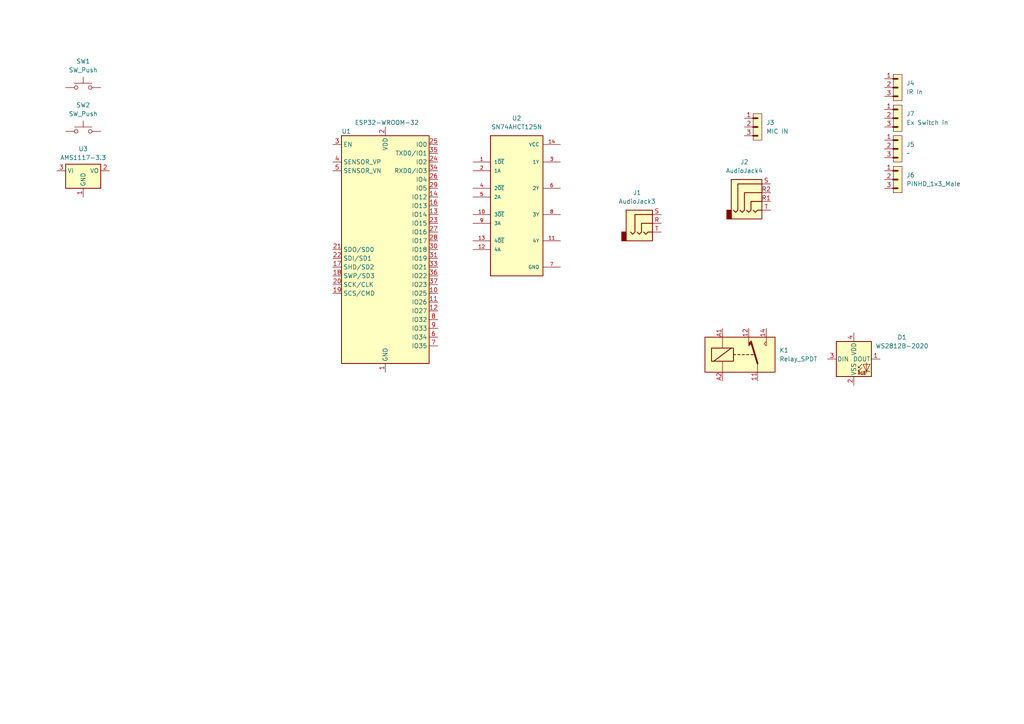
<source format=kicad_sch>
(kicad_sch (version 20231120) (generator "eeschema") (generator_version "8.0")
  (paper "A4")
  (title_block (title "SHA-WLED Controller") (date "2024-08-12") (rev "0.00") (company "SAI AUTOMATIONS") (comment 1 "Sai Automations Smart Led Controller"))
  (lib_symbols
    (symbol "Connector_Audio:AudioJack3"
      (property "Reference" "J" (at 0 8.89 0))
      (property "Value" "AudioJack3" (at 0 6.35 0))
      (symbol "AudioJack3_0_1"
        (rectangle (start -5.08 -5.08) (end -6.35 -2.54) (stroke (width 0.254)) (fill (type outline)))
        (polyline (pts (xy 0 -2.54) (xy 0.635 -3.175) (xy 1.27 -2.54) (xy 2.54 -2.54)) (stroke (width 0.254)))
        (polyline (pts (xy -1.905 -2.54) (xy -1.27 -3.175) (xy -0.635 -2.54) (xy -0.635 0) (xy 2.54 0)) (stroke (width 0.254)))
        (polyline (pts (xy 2.54 2.54) (xy -2.54 2.54) (xy -2.54 -2.54) (xy -3.175 -3.175) (xy -3.81 -2.54)) (stroke (width 0.254)))
        (rectangle (start 2.54 3.81) (end -5.08 -5.08) (stroke (width 0.254)) (fill (type background)))
      )
      (symbol "AudioJack3_1_1"
        (pin passive line (at 5.08 0 180) (length 2.54) (name "~") (number "R"))
        (pin passive line (at 5.08 2.54 180) (length 2.54) (name "~") (number "S"))
        (pin passive line (at 5.08 -2.54 180) (length 2.54) (name "~") (number "T"))
      )
    )
    (symbol "Connector_Audio:AudioJack4"
      (property "Reference" "J" (at 0 8.89 0))
      (property "Value" "AudioJack4" (at 0 6.35 0))
      (symbol "AudioJack4_0_1"
        (rectangle (start -6.35 -5.08) (end -7.62 -7.62) (stroke (width 0.254)) (fill (type outline)))
        (polyline (pts (xy 0 -5.08) (xy 0.635 -5.715) (xy 1.27 -5.08) (xy 2.54 -5.08)) (stroke (width 0.254)))
        (polyline (pts (xy -5.715 -5.08) (xy -5.08 -5.715) (xy -4.445 -5.08) (xy -4.445 2.54) (xy 2.54 2.54)) (stroke (width 0.254)))
        (polyline (pts (xy -1.905 -5.08) (xy -1.27 -5.715) (xy -0.635 -5.08) (xy -0.635 -2.54) (xy 2.54 -2.54)) (stroke (width 0.254)))
        (polyline (pts (xy 2.54 0) (xy -2.54 0) (xy -2.54 -5.08) (xy -3.175 -5.715) (xy -3.81 -5.08)) (stroke (width 0.254)))
        (rectangle (start 2.54 3.81) (end -6.35 -7.62) (stroke (width 0.254)) (fill (type background)))
      )
      (symbol "AudioJack4_1_1"
        (pin passive line (at 5.08 -2.54 180) (length 2.54) (name "~") (number "R1"))
        (pin passive line (at 5.08 0 180) (length 2.54) (name "~") (number "R2"))
        (pin passive line (at 5.08 2.54 180) (length 2.54) (name "~") (number "S"))
        (pin passive line (at 5.08 -5.08 180) (length 2.54) (name "~") (number "T"))
      )
    )
    (symbol "LED:WS2812B-2020" (pin_names (offset 0.254))
      (property "Reference" "D" (at 5.08 5.715 0))
      (property "Value" "WS2812B-2020" (at 1.27 -5.715 0))
      (symbol "WS2812B-2020_0_0"
        (text "RGB" (at 2.286 -4.191 0) (effects (font (size 0.762 0.762))))
      )
      (symbol "WS2812B-2020_0_1"
        (polyline (pts (xy 1.27 -3.556) (xy 1.778 -3.556)))
        (polyline (pts (xy 1.27 -2.54) (xy 1.778 -2.54)))
        (polyline (pts (xy 4.699 -3.556) (xy 2.667 -3.556)))
        (polyline (pts (xy 2.286 -2.54) (xy 1.27 -3.556) (xy 1.27 -3.048)))
        (polyline (pts (xy 2.286 -1.524) (xy 1.27 -2.54) (xy 1.27 -2.032)))
        (polyline (pts (xy 3.683 -1.016) (xy 3.683 -3.556) (xy 3.683 -4.064)))
        (polyline (pts (xy 4.699 -1.524) (xy 2.667 -1.524) (xy 3.683 -3.556) (xy 4.699 -1.524)))
        (rectangle (start 5.08 5.08) (end -5.08 -5.08) (stroke (width 0.254)) (fill (type background)))
      )
      (symbol "WS2812B-2020_1_1"
        (pin output line (at 7.62 0 180) (length 2.54) (name "DOUT") (number "1"))
        (pin power_in line (at 0 -7.62 90) (length 2.54) (name "VSS") (number "2"))
        (pin input line (at -7.62 0 0) (length 2.54) (name "DIN") (number "3"))
        (pin power_in line (at 0 7.62 270) (length 2.54) (name "VDD") (number "4"))
      )
    )
    (symbol "PCM_SL_Pin_Headers:PINHD_1x3_Male"
      (property "Reference" "J" (at 0 7.62 0))
      (property "Value" "PINHD_1x3_Male" (at 0 5.08 0))
      (symbol "PINHD_1x3_Male_0_1"
        (rectangle (start -1.27 3.81) (end 1.27 -3.81) (fill (type background)))
        (polyline (pts (xy -1.27 -2.54) (xy 0 -2.54)) (stroke (width 0.3)))
        (polyline (pts (xy -1.27 -2.54) (xy 0 -2.54)) (stroke (width 0.5)))
        (polyline (pts (xy -1.27 0) (xy 0 0)) (stroke (width 0.3)))
        (polyline (pts (xy -1.27 0) (xy 0 0)) (stroke (width 0.5)))
        (polyline (pts (xy -1.27 2.54) (xy 0 2.54)) (stroke (width 0.3)))
        (polyline (pts (xy -1.27 2.54) (xy 0 2.54)) (stroke (width 0.5)))
      )
      (symbol "PINHD_1x3_Male_1_1"
        (pin passive line (at -3.81 2.54 0) (length 2.54) (name "") (number "1"))
        (pin passive line (at -3.81 0 0) (length 2.54) (name "") (number "2"))
        (pin passive line (at -3.81 -2.54 0) (length 2.54) (name "") (number "3"))
      )
    )
    (symbol "RF_Module:ESP32-WROOM-32"
      (property "Reference" "U" (at -12.7 34.29 0))
      (property "Value" "ESP32-WROOM-32" (at 1.27 34.29 0))
      (symbol "ESP32-WROOM-32_0_1"
        (rectangle (start -12.7 33.02) (end 12.7 -33.02) (stroke (width 0.254)) (fill (type background)))
      )
      (symbol "ESP32-WROOM-32_1_1"
        (pin power_in line (at 0 -35.56 90) (length 2.54) (name "GND") (number "1"))
        (pin bidirectional line (at 15.24 -12.7 180) (length 2.54) (name "IO25") (number "10"))
        (pin bidirectional line (at 15.24 -15.24 180) (length 2.54) (name "IO26") (number "11"))
        (pin bidirectional line (at 15.24 -17.78 180) (length 2.54) (name "IO27") (number "12"))
        (pin bidirectional line (at 15.24 10.16 180) (length 2.54) (name "IO14") (number "13"))
        (pin bidirectional line (at 15.24 15.24 180) (length 2.54) (name "IO12") (number "14"))
        (pin passive line (at 0 -35.56 90) (length 2.54) hide (name "GND") (number "15"))
        (pin bidirectional line (at 15.24 12.7 180) (length 2.54) (name "IO13") (number "16"))
        (pin bidirectional line (at -15.24 -5.08 0) (length 2.54) (name "SHD/SD2") (number "17"))
        (pin bidirectional line (at -15.24 -7.62 0) (length 2.54) (name "SWP/SD3") (number "18"))
        (pin bidirectional line (at -15.24 -12.7 0) (length 2.54) (name "SCS/CMD") (number "19"))
        (pin power_in line (at 0 35.56 270) (length 2.54) (name "VDD") (number "2"))
        (pin bidirectional line (at -15.24 -10.16 0) (length 2.54) (name "SCK/CLK") (number "20"))
        (pin bidirectional line (at -15.24 0 0) (length 2.54) (name "SDO/SD0") (number "21"))
        (pin bidirectional line (at -15.24 -2.54 0) (length 2.54) (name "SDI/SD1") (number "22"))
        (pin bidirectional line (at 15.24 7.62 180) (length 2.54) (name "IO15") (number "23"))
        (pin bidirectional line (at 15.24 25.4 180) (length 2.54) (name "IO2") (number "24"))
        (pin bidirectional line (at 15.24 30.48 180) (length 2.54) (name "IO0") (number "25"))
        (pin bidirectional line (at 15.24 20.32 180) (length 2.54) (name "IO4") (number "26"))
        (pin bidirectional line (at 15.24 5.08 180) (length 2.54) (name "IO16") (number "27"))
        (pin bidirectional line (at 15.24 2.54 180) (length 2.54) (name "IO17") (number "28"))
        (pin bidirectional line (at 15.24 17.78 180) (length 2.54) (name "IO5") (number "29"))
        (pin input line (at -15.24 30.48 0) (length 2.54) (name "EN") (number "3"))
        (pin bidirectional line (at 15.24 0 180) (length 2.54) (name "IO18") (number "30"))
        (pin bidirectional line (at 15.24 -2.54 180) (length 2.54) (name "IO19") (number "31"))
        (pin no_connect line (at -12.7 -27.94 0) (length 2.54) hide (name "NC") (number "32"))
        (pin bidirectional line (at 15.24 -5.08 180) (length 2.54) (name "IO21") (number "33"))
        (pin bidirectional line (at 15.24 22.86 180) (length 2.54) (name "RXD0/IO3") (number "34"))
        (pin bidirectional line (at 15.24 27.94 180) (length 2.54) (name "TXD0/IO1") (number "35"))
        (pin bidirectional line (at 15.24 -7.62 180) (length 2.54) (name "IO22") (number "36"))
        (pin bidirectional line (at 15.24 -10.16 180) (length 2.54) (name "IO23") (number "37"))
        (pin passive line (at 0 -35.56 90) (length 2.54) hide (name "GND") (number "38"))
        (pin passive line (at 0 -35.56 90) (length 2.54) hide (name "GND") (number "39"))
        (pin input line (at -15.24 25.4 0) (length 2.54) (name "SENSOR_VP") (number "4"))
        (pin input line (at -15.24 22.86 0) (length 2.54) (name "SENSOR_VN") (number "5"))
        (pin input line (at 15.24 -25.4 180) (length 2.54) (name "IO34") (number "6"))
        (pin input line (at 15.24 -27.94 180) (length 2.54) (name "IO35") (number "7"))
        (pin bidirectional line (at 15.24 -20.32 180) (length 2.54) (name "IO32") (number "8"))
        (pin bidirectional line (at 15.24 -22.86 180) (length 2.54) (name "IO33") (number "9"))
      )
    )
    (symbol "Regulator_Linear:AMS1117-3.3"
      (property "Reference" "U" (at -3.81 3.175 0))
      (property "Value" "AMS1117-3.3" (at 0 3.175 0))
      (symbol "AMS1117-3.3_0_1"
        (rectangle (start -5.08 -5.08) (end 5.08 1.905) (stroke (width 0.254)) (fill (type background)))
      )
      (symbol "AMS1117-3.3_1_1"
        (pin power_in line (at 0 -7.62 90) (length 2.54) (name "GND") (number "1"))
        (pin power_out line (at 7.62 0 180) (length 2.54) (name "VO") (number "2"))
        (pin power_in line (at -7.62 0 0) (length 2.54) (name "VI") (number "3"))
      )
    )
    (symbol "Relay:Relay_SPDT"
      (property "Reference" "K" (at 11.43 3.81 0))
      (property "Value" "Relay_SPDT" (at 11.43 1.27 0))
      (symbol "Relay_SPDT_0_0"
        (polyline (pts (xy 7.62 5.08) (xy 7.62 2.54) (xy 6.985 3.175) (xy 7.62 3.81)))
      )
      (symbol "Relay_SPDT_0_1"
        (rectangle (start -10.16 5.08) (end 10.16 -5.08) (stroke (width 0.254)) (fill (type background)))
        (rectangle (start -8.255 1.905) (end -1.905 -1.905) (stroke (width 0.254)))
        (polyline (pts (xy -7.62 -1.905) (xy -2.54 1.905)) (stroke (width 0.254)))
        (polyline (pts (xy -5.08 -5.08) (xy -5.08 -1.905)))
        (polyline (pts (xy -5.08 5.08) (xy -5.08 1.905)))
        (polyline (pts (xy -1.905 0) (xy -1.27 0)) (stroke (width 0.254)))
        (polyline (pts (xy -0.635 0) (xy 0 0)) (stroke (width 0.254)))
        (polyline (pts (xy 0.635 0) (xy 1.27 0)) (stroke (width 0.254)))
        (polyline (pts (xy 1.905 0) (xy 2.54 0)) (stroke (width 0.254)))
        (polyline (pts (xy 3.175 0) (xy 3.81 0)) (stroke (width 0.254)))
        (polyline (pts (xy 5.08 -2.54) (xy 3.175 3.81)) (stroke (width 0.508)))
        (polyline (pts (xy 5.08 -2.54) (xy 5.08 -5.08)))
        (polyline (pts (xy 2.54 5.08) (xy 2.54 2.54) (xy 3.175 3.175) (xy 2.54 3.81)) (fill (type outline)))
      )
      (symbol "Relay_SPDT_1_1"
        (pin passive line (at 5.08 -7.62 90) (length 2.54) (name "~") (number "11"))
        (pin passive line (at 2.54 7.62 270) (length 2.54) (name "~") (number "12"))
        (pin passive line (at 7.62 7.62 270) (length 2.54) (name "~") (number "14"))
        (pin passive line (at -5.08 7.62 270) (length 2.54) (name "~") (number "A1"))
        (pin passive line (at -5.08 -7.62 90) (length 2.54) (name "~") (number "A2"))
      )
    )
    (symbol "SN74AHCT125N:SN74AHCT125N" (pin_names (offset 1.016))
      (property "Reference" "U" (at -7.62 21.082 0))
      (property "Value" "SN74AHCT125N" (at -7.62 -22.86 0))
      (symbol "SN74AHCT125N_0_0"
        (rectangle (start -7.62 -20.32) (end 7.62 20.32) (stroke (width 0.254)) (fill (type background)))
        (pin input line (at -12.7 12.7 0) (length 5.08) (name "1~{OE}") (number "1"))
        (pin input line (at -12.7 -2.54 0) (length 5.08) (name "3~{OE}") (number "10"))
        (pin output line (at 12.7 -10.16 180) (length 5.08) (name "4Y") (number "11"))
        (pin input line (at -12.7 -12.7 0) (length 5.08) (name "4A") (number "12"))
        (pin input line (at -12.7 -10.16 0) (length 5.08) (name "4~{OE}") (number "13"))
        (pin power_in line (at 12.7 17.78 180) (length 5.08) (name "VCC") (number "14"))
        (pin input line (at -12.7 10.16 0) (length 5.08) (name "1A") (number "2"))
        (pin output line (at 12.7 12.7 180) (length 5.08) (name "1Y") (number "3"))
        (pin input line (at -12.7 5.08 0) (length 5.08) (name "2~{OE}") (number "4"))
        (pin input line (at -12.7 2.54 0) (length 5.08) (name "2A") (number "5"))
        (pin output line (at 12.7 5.08 180) (length 5.08) (name "2Y") (number "6"))
        (pin power_in line (at 12.7 -17.78 180) (length 5.08) (name "GND") (number "7"))
        (pin output line (at 12.7 -2.54 180) (length 5.08) (name "3Y") (number "8"))
        (pin input line (at -12.7 -5.08 0) (length 5.08) (name "3A") (number "9"))
      )
    )
    (symbol "Switch:SW_Push" (pin_numbers hide) (pin_names (offset 1.016) hide)
      (property "Reference" "SW" (at 1.27 2.54 0))
      (property "Value" "SW_Push" (at 0 -1.524 0))
      (symbol "SW_Push_0_1"
        (circle (center -2.032 0) (radius 0.508))
        (polyline (pts (xy 0 1.27) (xy 0 3.048)))
        (polyline (pts (xy 2.54 1.27) (xy -2.54 1.27)))
        (circle (center 2.032 0) (radius 0.508))
        (pin passive line (at -5.08 0 0) (length 2.54) (name "1") (number "1"))
        (pin passive line (at 5.08 0 180) (length 2.54) (name "2") (number "2"))
      )
    )
  )
  (symbol (lib_id "LED:WS2812B-2020") (at 247.65 104.14 0) (unit 1)
    (property "Reference" "D1" (at 261.62 97.8214 0))
    (property "Value" "WS2812B-2020" (at 261.62 100.3614 0))
    (property "Footprint" "LED_SMD:LED_WS2812B-2020_PLCC4_2.0x2.0mm" (effects (hide yes)))
    (property "Datasheet" "https://cdn-shop.adafruit.com/product-files/4684/4684_WS2812B-2020_V1.3_EN.pdf" (effects (hide yes)))
    (property "Description" "RGB LED with integrated controller, 2.0 x 2.0 mm, 12 mA" (effects (hide yes)))
  )
  (symbol (lib_id "PCM_SL_Pin_Headers:PINHD_1x3_Male") (at 219.71 36.83 0) (unit 1)
    (property "Reference" "J3" (at 222.25 35.5599 0) (effects (justify left)))
    (property "Value" "MIC IN" (at 222.25 38.0999 0) (effects (justify left)))
    (property "Footprint" "Connector_PinHeader_2.54mm:PinHeader_1x03_P2.54mm_Vertical" (effects (hide yes)))
    (property "Description" "Pin Header male with pin space 2.54mm. Pin Count -3" (effects (hide yes)))
  )
  (symbol (lib_id "PCM_SL_Pin_Headers:PINHD_1x3_Male") (at 260.35 34.29 0) (unit 1)
    (property "Reference" "J7" (at 262.89 33.0199 0) (effects (justify left)))
    (property "Value" "Ex Switch in" (at 262.89 35.5599 0) (effects (justify left)))
    (property "Footprint" "Connector_PinHeader_2.54mm:PinHeader_1x03_P2.54mm_Vertical" (effects (hide yes)))
    (property "Description" "Pin Header male with pin space 2.54mm. Pin Count -3" (effects (hide yes)))
  )
  (symbol (lib_id "SN74AHCT125N:SN74AHCT125N") (at 149.86 59.69 0) (unit 1)
    (property "Reference" "U2" (at 149.86 34.29 0))
    (property "Value" "SN74AHCT125N" (at 149.86 36.83 0))
    (property "Footprint" "Level Shifters:SN74AHCT125N" (effects (hide yes)))
    (property "PARTREV" "Q" (effects (hide yes)))
    (property "STANDARD" "Manufacturer Recommendations" (effects (hide yes)))
    (property "MAXIMUM_PACKAGE_HEIGHT" "5.08mm" (effects (hide yes)))
    (property "MANUFACTURER" "Texas Instruments" (effects (hide yes)))
  )
  (symbol (lib_id "Connector_Audio:AudioJack4") (at 218.44 55.88 0) (unit 1)
    (property "Reference" "J2" (at 215.9 46.99 0))
    (property "Value" "AudioJack4" (at 215.9 49.53 0))
    (property "Footprint" "Connector_Audio:Jack_3.5mm_PJ320D_Horizontal" (effects (hide yes)))
    (property "Datasheet" "https://sharvielectronics.com/wp-content/uploads/2021/07/Audio-Jack-3.5mm-TRRS-SMD.pdf" (effects (hide yes)))
    (property "Description" "Audio Jack, 4 Poles (TRRS)" (effects (hide yes)))
  )
  (symbol (lib_id "Switch:SW_Push") (at 24.13 25.4 0) (unit 1)
    (property "Reference" "SW1" (at 24.13 17.78 0))
    (property "Value" "SW_Push" (at 24.13 20.32 0))
    (property "Description" "Push button switch, generic, two pins" (effects (hide yes)))
  )
  (symbol (lib_id "RF_Module:ESP32-WROOM-32") (at 111.76 72.39 0) (unit 1)
    (property "Reference" "U1" (at 99.06 38.1 0) (effects (justify left)))
    (property "Value" "ESP32-WROOM-32" (at 102.87 35.56 0) (effects (justify left)))
    (property "Footprint" "RF_Module:ESP32-WROOM-32" (effects (hide yes)))
    (property "Datasheet" "https://www.espressif.com/sites/default/files/documentation/esp32-wroom-32_datasheet_en.pdf" (effects (hide yes)))
    (property "Description" "RF Module, ESP32-D0WDQ6 SoC, Wi-Fi 802.11b/g/n, Bluetooth, BLE, 32-bit, 2.7-3.6V, onboard antenna, SMD" (effects (hide yes)))
    (property "Design Guide" "file:///C:/Users/ARUN/Desktop/COMPS/ESP32-WROOM-32E_V1.2_Reference%20Design/01_Schematic/SCH_ESP32-WROOM-32E_V1.2_20191224.pdf" (effects (hide yes)))
  )
  (symbol (lib_id "PCM_SL_Pin_Headers:PINHD_1x3_Male") (at 260.35 25.4 0) (unit 1)
    (property "Reference" "J4" (at 262.89 24.1299 0) (effects (justify left)))
    (property "Value" "IR In" (at 262.89 26.6699 0) (effects (justify left)))
    (property "Footprint" "Connector_PinHeader_2.54mm:PinHeader_1x03_P2.54mm_Vertical" (effects (hide yes)))
    (property "Description" "Pin Header male with pin space 2.54mm. Pin Count -3" (effects (hide yes)))
  )
  (symbol (lib_id "PCM_SL_Pin_Headers:PINHD_1x3_Male") (at 260.35 52.07 0) (unit 1)
    (property "Reference" "J6" (at 262.89 50.7999 0) (effects (justify left)))
    (property "Value" "PINHD_1x3_Male" (at 262.89 53.3399 0) (effects (justify left)))
    (property "Footprint" "Connector_PinHeader_2.54mm:PinHeader_1x03_P2.54mm_Vertical" (effects (hide yes)))
    (property "Description" "Pin Header male with pin space 2.54mm. Pin Count -3" (effects (hide yes)))
  )
  (symbol (lib_id "Relay:Relay_SPDT") (at 214.63 102.87 0) (unit 1)
    (property "Reference" "K1" (at 226.06 101.5999 0) (effects (justify left)))
    (property "Value" "Relay_SPDT" (at 226.06 104.1399 0) (effects (justify left)))
    (property "Description" "Relay SPDT, monostable, EN50005" (effects (hide yes)))
  )
  (symbol (lib_id "PCM_SL_Pin_Headers:PINHD_1x3_Male") (at 260.35 43.18 0) (unit 1)
    (property "Reference" "J5" (at 262.89 41.9099 0) (effects (justify left)))
    (property "Value" "~" (at 262.89 44.4499 0) (effects (justify left)))
    (property "Footprint" "Connector_PinHeader_2.54mm:PinHeader_1x03_P2.54mm_Vertical" (effects (hide yes)))
    (property "Description" "Pin Header male with pin space 2.54mm. Pin Count -3" (effects (hide yes)))
  )
  (symbol (lib_id "Connector_Audio:AudioJack3") (at 186.69 64.77 0) (unit 1)
    (property "Reference" "J1" (at 184.785 55.88 0))
    (property "Value" "AudioJack3" (at 184.785 58.42 0))
    (property "Footprint" "Connector_Audio:Jack_3.5mm_CUI_SJ-3523-SMT_Horizontal" (effects (hide yes)))
    (property "Description" "Audio Jack, 3 Poles (Stereo / TRS)" (effects (hide yes)))
  )
  (symbol (lib_id "Switch:SW_Push") (at 24.13 38.1 0) (unit 1)
    (property "Reference" "SW2" (at 24.13 30.48 0))
    (property "Value" "SW_Push" (at 24.13 33.02 0))
    (property "Description" "Push button switch, generic, two pins" (effects (hide yes)))
  )
  (symbol (lib_id "Regulator_Linear:AMS1117-3.3") (at 24.13 49.53 0) (unit 1)
    (property "Reference" "U3" (at 24.13 43.18 0))
    (property "Value" "AMS1117-3.3" (at 24.13 45.72 0))
    (property "Footprint" "Package_TO_SOT_SMD:SOT-223-3_TabPin2" (effects (hide yes)))
    (property "Datasheet" "http://www.advanced-monolithic.com/pdf/ds1117.pdf" (effects (hide yes)))
    (property "Description" "1A Low Dropout regulator, positive, 3.3V fixed output, SOT-223" (effects (hide yes)))
  )
)
</source>
